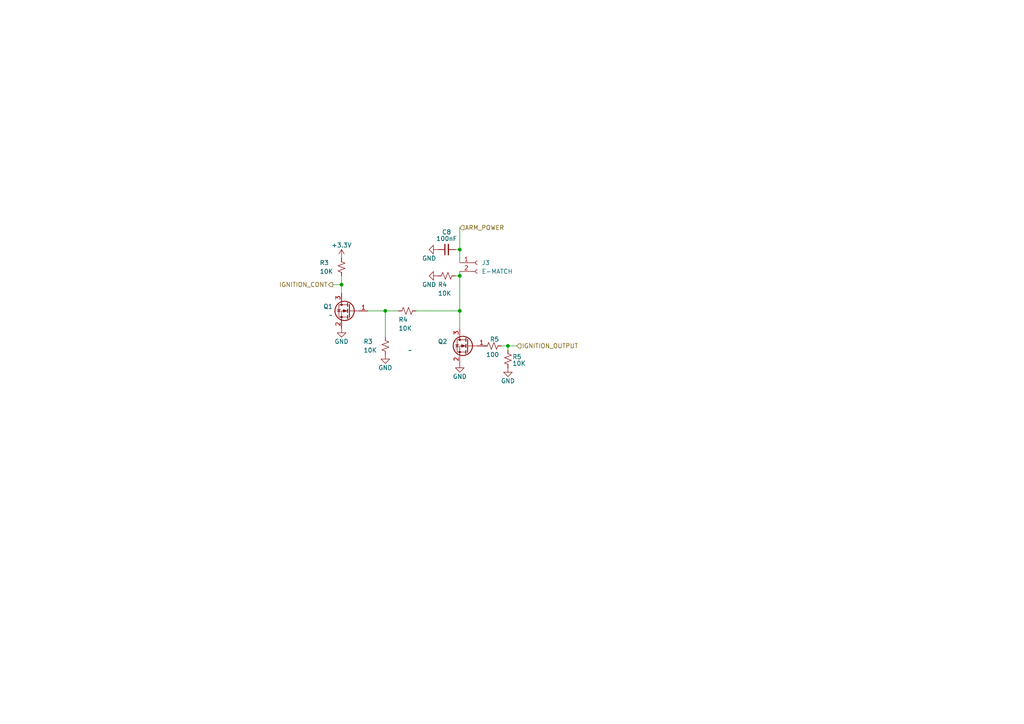
<source format=kicad_sch>
(kicad_sch (version 20230121) (generator eeschema)
  (paper "A4")
  (lib_symbols
    (symbol "Connector:Conn_01x02_Socket" (pin_names (offset 1.016) hide)
      (property "Reference" "J" (at 0 2.54 0))
      (property "Value" "Conn_01x02_Socket" (at 0 -5.08 0))
      (symbol "Conn_01x02_Socket_1_1"
        (arc (start 0 -2.032) (mid -0.5058 -2.54) (end 0 -3.048) (stroke (width 0.1524)))
        (polyline (pts (xy -1.27 -2.54) (xy -0.508 -2.54)) (stroke (width 0.1524)))
        (polyline (pts (xy -1.27 0) (xy -0.508 0)) (stroke (width 0.1524)))
        (arc (start 0 0.508) (mid -0.5058 0) (end 0 -0.508) (stroke (width 0.1524)))
        (pin passive line (at -5.08 0 0) (length 3.81) (name "Pin_1") (number "1"))
        (pin passive line (at -5.08 -2.54 0) (length 3.81) (name "Pin_2") (number "2"))
      )
    )
    (symbol "Device:C_Small" (pin_numbers hide) (pin_names (offset 0.254) hide)
      (property "Reference" "C" (at 0.254 1.778 0))
      (property "Value" "C_Small" (at 0.254 -2.032 0))
      (symbol "C_Small_0_1"
        (polyline (pts (xy -1.524 -0.508) (xy 1.524 -0.508)) (stroke (width 0.3302)))
        (polyline (pts (xy -1.524 0.508) (xy 1.524 0.508)) (stroke (width 0.3048)))
      )
      (symbol "C_Small_1_1"
        (pin passive line (at 0 2.54 270) (length 2.032) (name "~") (number "1"))
        (pin passive line (at 0 -2.54 90) (length 2.032) (name "~") (number "2"))
      )
    )
    (symbol "Device:Q_NMOS_GSD" (pin_names (offset 0) hide)
      (property "Reference" "Q" (at 5.08 1.27 0))
      (property "Value" "Q_NMOS_GSD" (at 5.08 -1.27 0))
      (symbol "Q_NMOS_GSD_0_1"
        (polyline (pts (xy 0.254 0) (xy -2.54 0)))
        (polyline (pts (xy 0.254 1.905) (xy 0.254 -1.905)) (stroke (width 0.254)))
        (polyline (pts (xy 0.762 -1.27) (xy 0.762 -2.286)) (stroke (width 0.254)))
        (polyline (pts (xy 0.762 0.508) (xy 0.762 -0.508)) (stroke (width 0.254)))
        (polyline (pts (xy 0.762 2.286) (xy 0.762 1.27)) (stroke (width 0.254)))
        (polyline (pts (xy 2.54 2.54) (xy 2.54 1.778)))
        (polyline (pts (xy 2.54 -2.54) (xy 2.54 0) (xy 0.762 0)))
        (polyline (pts (xy 0.762 -1.778) (xy 3.302 -1.778) (xy 3.302 1.778) (xy 0.762 1.778)))
        (polyline (pts (xy 1.016 0) (xy 2.032 0.381) (xy 2.032 -0.381) (xy 1.016 0)) (fill (type outline)))
        (polyline (pts (xy 2.794 0.508) (xy 2.921 0.381) (xy 3.683 0.381) (xy 3.81 0.254)))
        (polyline (pts (xy 3.302 0.381) (xy 2.921 -0.254) (xy 3.683 -0.254) (xy 3.302 0.381)))
        (circle (center 1.651 0) (radius 2.794) (stroke (width 0.254)))
        (circle (center 2.54 -1.778) (radius 0.254) (fill (type outline)))
        (circle (center 2.54 1.778) (radius 0.254) (fill (type outline)))
      )
      (symbol "Q_NMOS_GSD_1_1"
        (pin input line (at -5.08 0 0) (length 2.54) (name "G") (number "1"))
        (pin passive line (at 2.54 -5.08 90) (length 2.54) (name "S") (number "2"))
        (pin passive line (at 2.54 5.08 270) (length 2.54) (name "D") (number "3"))
      )
    )
    (symbol "Device:R_Small_US" (pin_numbers hide) (pin_names (offset 0.254) hide)
      (property "Reference" "R" (at 0.762 0.508 0))
      (property "Value" "R_Small_US" (at 0.762 -1.016 0))
      (symbol "R_Small_US_1_1"
        (polyline (pts (xy 0 0) (xy 1.016 -0.381) (xy 0 -0.762) (xy -1.016 -1.143) (xy 0 -1.524)))
        (polyline (pts (xy 0 1.524) (xy 1.016 1.143) (xy 0 0.762) (xy -1.016 0.381) (xy 0 0)))
        (pin passive line (at 0 2.54 270) (length 1.016) (name "~") (number "1"))
        (pin passive line (at 0 -2.54 90) (length 1.016) (name "~") (number "2"))
      )
    )
    (symbol "power:+3.3V" (power) (pin_names (offset 0))
      (property "Value" "+3.3V" (at 0 3.556 0))
      (symbol "+3.3V_0_1"
        (polyline (pts (xy -0.762 1.27) (xy 0 2.54)))
        (polyline (pts (xy 0 0) (xy 0 2.54)))
        (polyline (pts (xy 0 2.54) (xy 0.762 1.27)))
      )
      (symbol "+3.3V_1_1"
        (pin power_in line (at 0 0 90) (length 0) hide (name "+3.3V") (number "1"))
      )
    )
    (symbol "power:GND" (power) (pin_names (offset 0))
      (property "Value" "GND" (at 0 -3.81 0))
      (symbol "GND_0_1"
        (polyline (pts (xy 0 0) (xy 0 -1.27) (xy 1.27 -1.27) (xy 0 -2.54) (xy -1.27 -1.27) (xy 0 -1.27)))
      )
      (symbol "GND_1_1"
        (pin power_in line (at 0 0 270) (length 0) hide (name "GND") (number "1"))
      )
    )
  )
  (junction (at 111.76 90.17))
  (junction (at 133.35 80.01))
  (junction (at 133.35 72.39))
  (junction (at 133.35 90.17))
  (junction (at 99.06 82.55))
  (junction (at 147.32 100.33))
  (wire (pts (xy 99.06 82.55) (xy 99.06 85.09)))
  (wire (pts (xy 133.35 72.39) (xy 133.35 76.2)))
  (wire (pts (xy 147.32 100.33) (xy 145.415 100.33)))
  (wire (pts (xy 111.76 90.17) (xy 111.76 97.79)))
  (wire (pts (xy 133.35 80.01) (xy 133.35 90.17)))
  (wire (pts (xy 147.32 100.33) (xy 149.86 100.33)))
  (wire (pts (xy 140.335 100.33) (xy 140.97 100.33)))
  (wire (pts (xy 111.76 90.17) (xy 115.57 90.17)))
  (wire (pts (xy 132.08 72.39) (xy 133.35 72.39)))
  (wire (pts (xy 99.06 80.01) (xy 99.06 82.55)))
  (wire (pts (xy 147.32 100.33) (xy 147.32 101.6)))
  (wire (pts (xy 120.65 90.17) (xy 133.35 90.17)))
  (wire (pts (xy 133.35 66.04) (xy 133.35 72.39)))
  (wire (pts (xy 132.08 80.01) (xy 133.35 80.01)))
  (wire (pts (xy 96.52 82.55) (xy 99.06 82.55)))
  (wire (pts (xy 133.35 78.74) (xy 133.35 80.01)))
  (wire (pts (xy 133.35 90.17) (xy 133.35 95.25)))
  (wire (pts (xy 106.68 90.17) (xy 111.76 90.17)))
  (hierarchical_label "IGNITION_OUTPUT" (shape input) (at 149.86 100.33 0))
  (hierarchical_label "ARM_POWER" (shape input) (at 133.35 66.04 0))
  (hierarchical_label "IGNITION_CONT" (shape output) (at 96.52 82.55 180))
  (symbol (lib_id "Device:C_Small") (at 129.54 72.39 90) (unit 1)
    (property "Reference" "C8" (at 129.54 67.31 90))
    (property "Value" "100nF" (at 129.54 69.215 90))
    (property "Footprint" "Capacitor_SMD:C_0402_1005Metric" (effects hide))
    (property "Manufacturer" "Generic" (effects hide))
    (property "Part #" "Generic 100nF 0402 Capacitor" (effects hide))
    (instances (project "rocket2-afs" (path "" (reference "C8") (unit 1))) (project "AFS2.1_Betelgeuse" (path "" (reference "C8") (unit 1))) (project "rocket2-gse-hardware" (path "" (reference "C42") (unit 1)) (path "" (reference "C42") (unit 1)) (path "" (reference "C41") (unit 1))))
  )
  (symbol (lib_id "power:GND") (at 111.76 102.87 0) (unit 1)
    (property "Reference" "#PWR027" (effects hide))
    (property "Value" "GND" (at 111.76 106.68 0))
    (instances (project "rocket2-afs" (path "" (reference "#PWR027") (unit 1))) (project "AFS2.1_Betelgeuse" (path "" (reference "#PWR019") (unit 1))) (project "rocket2-gse-hardware" (path "" (reference "#PWR0245") (unit 1)) (path "" (reference "#PWR0248") (unit 1)) (path "" (reference "#PWR0241") (unit 1))))
  )
  (symbol (lib_id "power:GND") (at 127 72.39 270) (unit 1)
    (property "Reference" "#PWR021" (effects hide))
    (property "Value" "GND" (at 124.46 74.93 90))
    (instances (project "rocket2-afs" (path "" (reference "#PWR021") (unit 1))) (project "AFS2.1_Betelgeuse" (path "" (reference "#PWR021") (unit 1))) (project "rocket2-gse-hardware" (path "" (reference "#PWR0243") (unit 1)) (path "" (reference "#PWR0249") (unit 1)) (path "" (reference "#PWR0242") (unit 1))))
  )
  (symbol (lib_id "Device:Q_NMOS_GSD") (at 135.89 100.33 0) (mirror y) (unit 1)
    (property "Reference" "Q2" (at 127 99.06 0) (effects (justify right)))
    (property "Value" "~" (at 118.364 101.6 0) (effects (justify right)))
    (property "Footprint" "Package_TO_SOT_SMD:SOT-23-3" (effects hide))
    (property "Datasheet" "https://www.diodes.com/assets/Datasheets/DMG3402L.pdf" (effects hide))
    (property "Manufacturer" "Diodes" (effects hide))
    (property "Part #" "DMG3402L" (effects hide))
    (instances (project "rocket2-afs" (path "" (reference "Q2") (unit 1))) (project "AFS2.1_Betelgeuse" (path "" (reference "Q2") (unit 1))) (project "rocket2-gse-hardware" (path "" (reference "Q14") (unit 1)) (path "" (reference "Q14") (unit 1)) (path "" (reference "Q12") (unit 1))))
  )
  (symbol (lib_id "power:GND") (at 127 80.01 270) (unit 1)
    (property "Reference" "#PWR022" (effects hide))
    (property "Value" "GND" (at 124.46 82.55 90))
    (instances (project "rocket2-afs" (path "" (reference "#PWR022") (unit 1))) (project "AFS2.1_Betelgeuse" (path "" (reference "#PWR020") (unit 1))) (project "rocket2-gse-hardware" (path "" (reference "#PWR0244") (unit 1)) (path "" (reference "#PWR0250") (unit 1)) (path "" (reference "#PWR0243") (unit 1))))
  )
  (symbol (lib_id "power:GND") (at 147.32 106.68 0) (unit 1)
    (property "Reference" "#PWR028" (effects hide))
    (property "Value" "GND" (at 147.32 110.49 0))
    (instances (project "rocket2-afs" (path "" (reference "#PWR028") (unit 1))) (project "AFS2.1_Betelgeuse" (path "" (reference "#PWR022") (unit 1))) (project "rocket2-gse-hardware" (path "" (reference "#PWR0246") (unit 1)) (path "" (reference "#PWR0252") (unit 1)) (path "" (reference "#PWR0245") (unit 1))))
  )
  (symbol (lib_id "power:GND") (at 99.06 95.25 0) (unit 1)
    (property "Reference" "#PWR020" (effects hide))
    (property "Value" "GND" (at 99.06 99.06 0))
    (instances (project "rocket2-afs" (path "" (reference "#PWR020") (unit 1))) (project "AFS2.1_Betelgeuse" (path "" (reference "#PWR017") (unit 1))) (project "rocket2-gse-hardware" (path "" (reference "#PWR0242") (unit 1)) (path "" (reference "#PWR0247") (unit 1)) (path "" (reference "#PWR0240") (unit 1))))
  )
  (symbol (lib_id "power:GND") (at 133.35 105.41 0) (unit 1)
    (property "Reference" "#PWR027" (effects hide))
    (property "Value" "GND" (at 133.35 109.22 0))
    (instances (project "rocket2-afs" (path "" (reference "#PWR027") (unit 1))) (project "AFS2.1_Betelgeuse" (path "" (reference "#PWR019") (unit 1))) (project "rocket2-gse-hardware" (path "" (reference "#PWR0245") (unit 1)) (path "" (reference "#PWR0251") (unit 1)) (path "" (reference "#PWR0244") (unit 1))))
  )
  (symbol (lib_id "Device:Q_NMOS_GSD") (at 101.6 90.17 0) (mirror y) (unit 1)
    (property "Reference" "Q1" (at 96.52 88.9 0) (effects (justify left)))
    (property "Value" "~" (at 96.52 91.44 0) (effects (justify left)))
    (property "Footprint" "Package_TO_SOT_SMD:SOT-23-3" (effects hide))
    (property "Datasheet" "https://www.diodes.com/assets/Datasheets/DMG3402L.pdf" (effects hide))
    (property "Manufacturer" "Diodes" (effects hide))
    (property "Part #" "DMG3402L" (effects hide))
    (instances (project "rocket2-afs" (path "" (reference "Q1") (unit 1))) (project "AFS2.1_Betelgeuse" (path "" (reference "Q1") (unit 1))) (project "rocket2-gse-hardware" (path "" (reference "Q13") (unit 1)) (path "" (reference "Q13") (unit 1)) (path "" (reference "Q11") (unit 1))))
  )
  (symbol (lib_id "Device:R_Small_US") (at 99.06 77.47 0) (unit 1)
    (property "Reference" "R3" (at 92.71 76.2 0) (effects (justify left)))
    (property "Value" "10K" (at 92.71 78.74 0) (effects (justify left)))
    (property "Footprint" "Resistor_SMD:R_0402_1005Metric" (effects hide))
    (property "Manufacturer" "Generic" (effects hide))
    (property "Part #" "Generic 10K 1% 0402 Resistor" (effects hide))
    (instances (project "rocket2-afs" (path "" (reference "R3") (unit 1))) (project "AFS2.1_Betelgeuse" (path "" (reference "R1") (unit 1))) (project "rocket2-gse-hardware" (path "" (reference "R57") (unit 1)) (path "" (reference "R75") (unit 1)) (path "" (reference "R69") (unit 1))))
  )
  (symbol (lib_id "power:+3.3V") (at 99.06 74.93 0) (unit 1)
    (property "Reference" "#PWR019" (effects hide))
    (property "Value" "+3.3V" (at 99.06 71.12 0))
    (instances (project "rocket2-afs" (path "" (reference "#PWR019") (unit 1))) (project "AFS2.1_Betelgeuse" (path "" (reference "#PWR018") (unit 1))) (project "rocket2-gse-hardware" (path "" (reference "#PWR0241") (unit 1)) (path "" (reference "#PWR0246") (unit 1)) (path "" (reference "#PWR0239") (unit 1))))
  )
  (symbol (lib_id "Device:R_Small_US") (at 129.54 80.01 270) (unit 1)
    (property "Reference" "R4" (at 127 82.55 90) (effects (justify left)))
    (property "Value" "10K" (at 127 85.09 90) (effects (justify left)))
    (property "Footprint" "Resistor_SMD:R_0402_1005Metric" (effects hide))
    (property "Manufacturer" "Generic" (effects hide))
    (property "Part #" "Generic 10K 1% 0402 Resistor" (effects hide))
    (instances (project "rocket2-afs" (path "" (reference "R4") (unit 1))) (project "AFS2.1_Betelgeuse" (path "" (reference "R2") (unit 1))) (project "rocket2-gse-hardware" (path "" (reference "R58") (unit 1)) (path "" (reference "R78") (unit 1)) (path "" (reference "R72") (unit 1))))
  )
  (symbol (lib_id "Connector:Conn_01x02_Socket") (at 138.43 76.2 0) (unit 1)
    (property "Reference" "J3" (at 139.7 76.2 0) (effects (justify left)))
    (property "Value" "E-MATCH" (at 139.7 78.74 0) (effects (justify left)))
    (property "Footprint" "TerminalBlock:TerminalBlock_bornier-2_P5.08mm" (effects hide))
    (instances (project "rocket2-afs" (path "" (reference "J3") (unit 1))) (project "AFS2.1_Betelgeuse" (path "" (reference "J2") (unit 1))) (project "rocket2-gse-hardware" (path "" (reference "J3") (unit 1)) (path "" (reference "J7") (unit 1)) (path "" (reference "J6") (unit 1))))
  )
  (symbol (lib_id "Device:R_Small_US") (at 111.76 100.33 0) (unit 1)
    (property "Reference" "R3" (at 105.41 99.06 0) (effects (justify left)))
    (property "Value" "10K" (at 105.41 101.6 0) (effects (justify left)))
    (property "Footprint" "Resistor_SMD:R_0402_1005Metric" (effects hide))
    (property "Manufacturer" "Generic" (effects hide))
    (property "Part #" "Generic 10K 1% 0402 Resistor" (effects hide))
    (instances (project "rocket2-afs" (path "" (reference "R3") (unit 1))) (project "AFS2.1_Betelgeuse" (path "" (reference "R1") (unit 1))) (project "rocket2-gse-hardware" (path "" (reference "R57") (unit 1)) (path "" (reference "R76") (unit 1)) (path "" (reference "R70") (unit 1))))
  )
  (symbol (lib_id "Device:R_Small_US") (at 147.32 104.14 0) (unit 1)
    (property "Reference" "R5" (at 148.59 103.505 0) (effects (justify left)))
    (property "Value" "10K" (at 148.59 105.41 0) (effects (justify left)))
    (property "Footprint" "Resistor_SMD:R_0402_1005Metric" (effects hide))
    (property "Manufacturer" "Generic" (effects hide))
    (property "Part #" "Generic 10K 1% 0402 Resistor" (effects hide))
    (instances (project "rocket2-afs" (path "" (reference "R5") (unit 1))) (project "AFS2.1_Betelgeuse" (path "" (reference "R3") (unit 1))) (project "rocket2-gse-hardware" (path "" (reference "R59") (unit 1)) (path "" (reference "R80") (unit 1)) (path "" (reference "R74") (unit 1))))
  )
  (symbol (lib_id "Device:R_Small_US") (at 118.11 90.17 270) (unit 1)
    (property "Reference" "R4" (at 115.57 92.71 90) (effects (justify left)))
    (property "Value" "10K" (at 115.57 95.25 90) (effects (justify left)))
    (property "Footprint" "Resistor_SMD:R_0402_1005Metric" (effects hide))
    (property "Manufacturer" "Generic" (effects hide))
    (property "Part #" "Generic 10K 1% 0402 Resistor" (effects hide))
    (instances (project "rocket2-afs" (path "" (reference "R4") (unit 1))) (project "AFS2.1_Betelgeuse" (path "" (reference "R2") (unit 1))) (project "rocket2-gse-hardware" (path "" (reference "R58") (unit 1)) (path "" (reference "R77") (unit 1)) (path "" (reference "R71") (unit 1))))
  )
  (symbol (lib_id "Device:R_Small_US") (at 142.875 100.33 90) (unit 1)
    (property "Reference" "R5" (at 144.78 98.425 90) (effects (justify left)))
    (property "Value" "100" (at 144.78 102.87 90) (effects (justify left)))
    (property "Footprint" "Resistor_SMD:R_0402_1005Metric" (effects hide))
    (property "Manufacturer" "Generic" (effects hide))
    (property "Part #" "Generic 100 1% 0402 Resistor" (effects hide))
    (instances (project "rocket2-afs" (path "" (reference "R5") (unit 1))) (project "AFS2.1_Betelgeuse" (path "" (reference "R3") (unit 1))) (project "rocket2-gse-hardware" (path "" (reference "R71") (unit 1)) (path "" (reference "R79") (unit 1)) (path "" (reference "R73") (unit 1))))
  )
)
</source>
